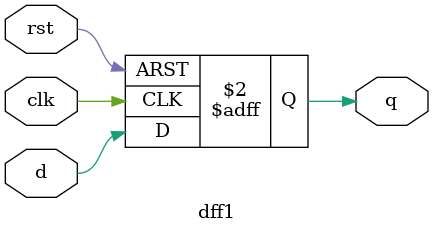
<source format=v>
module dff1(
    input d,
    input clk,
    input rst,
    output reg q
    );
    
    always @(posedge clk, posedge rst) begin
        if(rst) begin
            q = 0;
        end
        else begin
            q <= d;
        end
    end
    
endmodule

</source>
